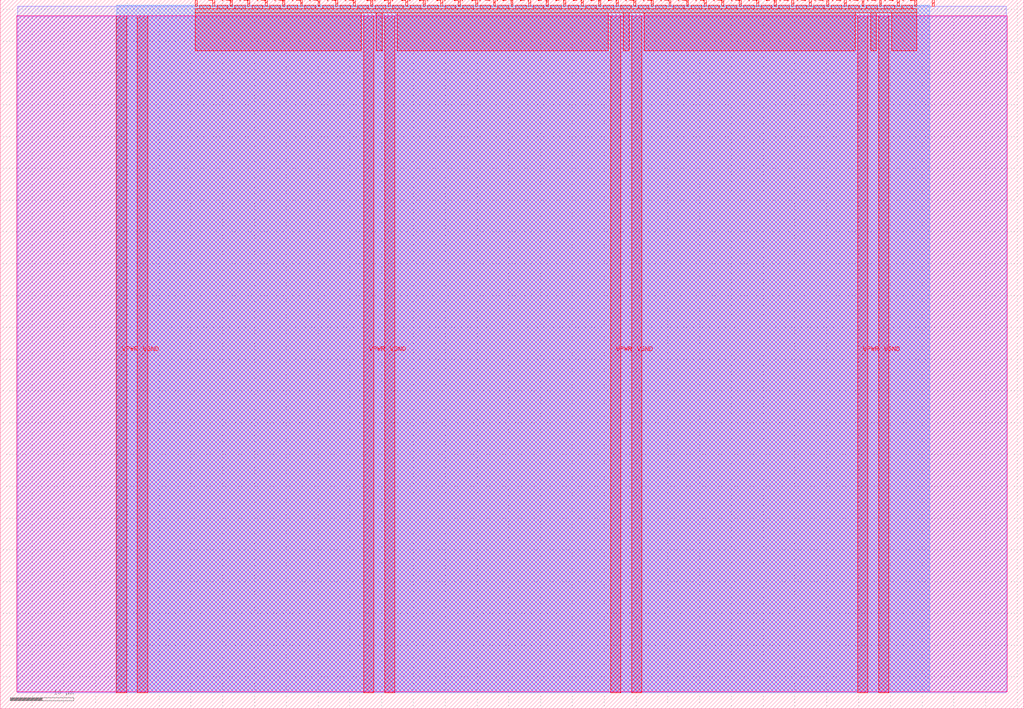
<source format=lef>
VERSION 5.7 ;
  NOWIREEXTENSIONATPIN ON ;
  DIVIDERCHAR "/" ;
  BUSBITCHARS "[]" ;
MACRO tt_um_fkd_xorshift
  CLASS BLOCK ;
  FOREIGN tt_um_fkd_xorshift ;
  ORIGIN 0.000 0.000 ;
  SIZE 161.000 BY 111.520 ;
  PIN VGND
    DIRECTION INOUT ;
    USE GROUND ;
    PORT
      LAYER met4 ;
        RECT 21.580 2.480 23.180 109.040 ;
    END
    PORT
      LAYER met4 ;
        RECT 60.450 2.480 62.050 109.040 ;
    END
    PORT
      LAYER met4 ;
        RECT 99.320 2.480 100.920 109.040 ;
    END
    PORT
      LAYER met4 ;
        RECT 138.190 2.480 139.790 109.040 ;
    END
  END VGND
  PIN VPWR
    DIRECTION INOUT ;
    USE POWER ;
    PORT
      LAYER met4 ;
        RECT 18.280 2.480 19.880 109.040 ;
    END
    PORT
      LAYER met4 ;
        RECT 57.150 2.480 58.750 109.040 ;
    END
    PORT
      LAYER met4 ;
        RECT 96.020 2.480 97.620 109.040 ;
    END
    PORT
      LAYER met4 ;
        RECT 134.890 2.480 136.490 109.040 ;
    END
  END VPWR
  PIN clk
    DIRECTION INPUT ;
    USE SIGNAL ;
    ANTENNAGATEAREA 0.852000 ;
    PORT
      LAYER met4 ;
        RECT 143.830 110.520 144.130 111.520 ;
    END
  END clk
  PIN ena
    DIRECTION INPUT ;
    USE SIGNAL ;
    PORT
      LAYER met4 ;
        RECT 146.590 110.520 146.890 111.520 ;
    END
  END ena
  PIN rst_n
    DIRECTION INPUT ;
    USE SIGNAL ;
    ANTENNAGATEAREA 0.196500 ;
    PORT
      LAYER met4 ;
        RECT 141.070 110.520 141.370 111.520 ;
    END
  END rst_n
  PIN ui_in[0]
    DIRECTION INPUT ;
    USE SIGNAL ;
    ANTENNAGATEAREA 0.196500 ;
    PORT
      LAYER met4 ;
        RECT 138.310 110.520 138.610 111.520 ;
    END
  END ui_in[0]
  PIN ui_in[1]
    DIRECTION INPUT ;
    USE SIGNAL ;
    ANTENNAGATEAREA 0.196500 ;
    PORT
      LAYER met4 ;
        RECT 135.550 110.520 135.850 111.520 ;
    END
  END ui_in[1]
  PIN ui_in[2]
    DIRECTION INPUT ;
    USE SIGNAL ;
    ANTENNAGATEAREA 0.196500 ;
    PORT
      LAYER met4 ;
        RECT 132.790 110.520 133.090 111.520 ;
    END
  END ui_in[2]
  PIN ui_in[3]
    DIRECTION INPUT ;
    USE SIGNAL ;
    ANTENNAGATEAREA 0.196500 ;
    PORT
      LAYER met4 ;
        RECT 130.030 110.520 130.330 111.520 ;
    END
  END ui_in[3]
  PIN ui_in[4]
    DIRECTION INPUT ;
    USE SIGNAL ;
    ANTENNAGATEAREA 0.196500 ;
    PORT
      LAYER met4 ;
        RECT 127.270 110.520 127.570 111.520 ;
    END
  END ui_in[4]
  PIN ui_in[5]
    DIRECTION INPUT ;
    USE SIGNAL ;
    ANTENNAGATEAREA 0.196500 ;
    PORT
      LAYER met4 ;
        RECT 124.510 110.520 124.810 111.520 ;
    END
  END ui_in[5]
  PIN ui_in[6]
    DIRECTION INPUT ;
    USE SIGNAL ;
    ANTENNAGATEAREA 0.196500 ;
    PORT
      LAYER met4 ;
        RECT 121.750 110.520 122.050 111.520 ;
    END
  END ui_in[6]
  PIN ui_in[7]
    DIRECTION INPUT ;
    USE SIGNAL ;
    ANTENNAGATEAREA 0.196500 ;
    PORT
      LAYER met4 ;
        RECT 118.990 110.520 119.290 111.520 ;
    END
  END ui_in[7]
  PIN uio_in[0]
    DIRECTION INPUT ;
    USE SIGNAL ;
    PORT
      LAYER met4 ;
        RECT 116.230 110.520 116.530 111.520 ;
    END
  END uio_in[0]
  PIN uio_in[1]
    DIRECTION INPUT ;
    USE SIGNAL ;
    PORT
      LAYER met4 ;
        RECT 113.470 110.520 113.770 111.520 ;
    END
  END uio_in[1]
  PIN uio_in[2]
    DIRECTION INPUT ;
    USE SIGNAL ;
    PORT
      LAYER met4 ;
        RECT 110.710 110.520 111.010 111.520 ;
    END
  END uio_in[2]
  PIN uio_in[3]
    DIRECTION INPUT ;
    USE SIGNAL ;
    PORT
      LAYER met4 ;
        RECT 107.950 110.520 108.250 111.520 ;
    END
  END uio_in[3]
  PIN uio_in[4]
    DIRECTION INPUT ;
    USE SIGNAL ;
    PORT
      LAYER met4 ;
        RECT 105.190 110.520 105.490 111.520 ;
    END
  END uio_in[4]
  PIN uio_in[5]
    DIRECTION INPUT ;
    USE SIGNAL ;
    PORT
      LAYER met4 ;
        RECT 102.430 110.520 102.730 111.520 ;
    END
  END uio_in[5]
  PIN uio_in[6]
    DIRECTION INPUT ;
    USE SIGNAL ;
    PORT
      LAYER met4 ;
        RECT 99.670 110.520 99.970 111.520 ;
    END
  END uio_in[6]
  PIN uio_in[7]
    DIRECTION INPUT ;
    USE SIGNAL ;
    PORT
      LAYER met4 ;
        RECT 96.910 110.520 97.210 111.520 ;
    END
  END uio_in[7]
  PIN uio_oe[0]
    DIRECTION OUTPUT ;
    USE SIGNAL ;
    PORT
      LAYER met4 ;
        RECT 49.990 110.520 50.290 111.520 ;
    END
  END uio_oe[0]
  PIN uio_oe[1]
    DIRECTION OUTPUT ;
    USE SIGNAL ;
    PORT
      LAYER met4 ;
        RECT 47.230 110.520 47.530 111.520 ;
    END
  END uio_oe[1]
  PIN uio_oe[2]
    DIRECTION OUTPUT ;
    USE SIGNAL ;
    PORT
      LAYER met4 ;
        RECT 44.470 110.520 44.770 111.520 ;
    END
  END uio_oe[2]
  PIN uio_oe[3]
    DIRECTION OUTPUT ;
    USE SIGNAL ;
    PORT
      LAYER met4 ;
        RECT 41.710 110.520 42.010 111.520 ;
    END
  END uio_oe[3]
  PIN uio_oe[4]
    DIRECTION OUTPUT ;
    USE SIGNAL ;
    PORT
      LAYER met4 ;
        RECT 38.950 110.520 39.250 111.520 ;
    END
  END uio_oe[4]
  PIN uio_oe[5]
    DIRECTION OUTPUT ;
    USE SIGNAL ;
    PORT
      LAYER met4 ;
        RECT 36.190 110.520 36.490 111.520 ;
    END
  END uio_oe[5]
  PIN uio_oe[6]
    DIRECTION OUTPUT ;
    USE SIGNAL ;
    PORT
      LAYER met4 ;
        RECT 33.430 110.520 33.730 111.520 ;
    END
  END uio_oe[6]
  PIN uio_oe[7]
    DIRECTION OUTPUT ;
    USE SIGNAL ;
    PORT
      LAYER met4 ;
        RECT 30.670 110.520 30.970 111.520 ;
    END
  END uio_oe[7]
  PIN uio_out[0]
    DIRECTION OUTPUT ;
    USE SIGNAL ;
    PORT
      LAYER met4 ;
        RECT 72.070 110.520 72.370 111.520 ;
    END
  END uio_out[0]
  PIN uio_out[1]
    DIRECTION OUTPUT ;
    USE SIGNAL ;
    PORT
      LAYER met4 ;
        RECT 69.310 110.520 69.610 111.520 ;
    END
  END uio_out[1]
  PIN uio_out[2]
    DIRECTION OUTPUT ;
    USE SIGNAL ;
    PORT
      LAYER met4 ;
        RECT 66.550 110.520 66.850 111.520 ;
    END
  END uio_out[2]
  PIN uio_out[3]
    DIRECTION OUTPUT ;
    USE SIGNAL ;
    PORT
      LAYER met4 ;
        RECT 63.790 110.520 64.090 111.520 ;
    END
  END uio_out[3]
  PIN uio_out[4]
    DIRECTION OUTPUT ;
    USE SIGNAL ;
    PORT
      LAYER met4 ;
        RECT 61.030 110.520 61.330 111.520 ;
    END
  END uio_out[4]
  PIN uio_out[5]
    DIRECTION OUTPUT ;
    USE SIGNAL ;
    PORT
      LAYER met4 ;
        RECT 58.270 110.520 58.570 111.520 ;
    END
  END uio_out[5]
  PIN uio_out[6]
    DIRECTION OUTPUT ;
    USE SIGNAL ;
    PORT
      LAYER met4 ;
        RECT 55.510 110.520 55.810 111.520 ;
    END
  END uio_out[6]
  PIN uio_out[7]
    DIRECTION OUTPUT ;
    USE SIGNAL ;
    PORT
      LAYER met4 ;
        RECT 52.750 110.520 53.050 111.520 ;
    END
  END uio_out[7]
  PIN uo_out[0]
    DIRECTION OUTPUT ;
    USE SIGNAL ;
    ANTENNAGATEAREA 0.126000 ;
    ANTENNADIFFAREA 1.721000 ;
    PORT
      LAYER met4 ;
        RECT 94.150 110.520 94.450 111.520 ;
    END
  END uo_out[0]
  PIN uo_out[1]
    DIRECTION OUTPUT ;
    USE SIGNAL ;
    ANTENNAGATEAREA 0.126000 ;
    ANTENNADIFFAREA 1.721000 ;
    PORT
      LAYER met4 ;
        RECT 91.390 110.520 91.690 111.520 ;
    END
  END uo_out[1]
  PIN uo_out[2]
    DIRECTION OUTPUT ;
    USE SIGNAL ;
    ANTENNAGATEAREA 0.126000 ;
    ANTENNADIFFAREA 1.721000 ;
    PORT
      LAYER met4 ;
        RECT 88.630 110.520 88.930 111.520 ;
    END
  END uo_out[2]
  PIN uo_out[3]
    DIRECTION OUTPUT ;
    USE SIGNAL ;
    ANTENNAGATEAREA 0.126000 ;
    ANTENNADIFFAREA 1.721000 ;
    PORT
      LAYER met4 ;
        RECT 85.870 110.520 86.170 111.520 ;
    END
  END uo_out[3]
  PIN uo_out[4]
    DIRECTION OUTPUT ;
    USE SIGNAL ;
    ANTENNAGATEAREA 0.126000 ;
    ANTENNADIFFAREA 1.721000 ;
    PORT
      LAYER met4 ;
        RECT 83.110 110.520 83.410 111.520 ;
    END
  END uo_out[4]
  PIN uo_out[5]
    DIRECTION OUTPUT ;
    USE SIGNAL ;
    ANTENNAGATEAREA 0.126000 ;
    ANTENNADIFFAREA 1.524450 ;
    PORT
      LAYER met4 ;
        RECT 80.350 110.520 80.650 111.520 ;
    END
  END uo_out[5]
  PIN uo_out[6]
    DIRECTION OUTPUT ;
    USE SIGNAL ;
    ANTENNADIFFAREA 0.445500 ;
    PORT
      LAYER met4 ;
        RECT 77.590 110.520 77.890 111.520 ;
    END
  END uo_out[6]
  PIN uo_out[7]
    DIRECTION OUTPUT ;
    USE SIGNAL ;
    ANTENNADIFFAREA 0.445500 ;
    PORT
      LAYER met4 ;
        RECT 74.830 110.520 75.130 111.520 ;
    END
  END uo_out[7]
  OBS
      LAYER nwell ;
        RECT 2.570 2.635 158.430 108.990 ;
      LAYER li1 ;
        RECT 2.760 2.635 158.240 108.885 ;
      LAYER met1 ;
        RECT 2.760 2.480 158.240 110.460 ;
      LAYER met2 ;
        RECT 18.310 2.535 146.190 110.685 ;
      LAYER met3 ;
        RECT 18.290 2.555 146.215 110.665 ;
      LAYER met4 ;
        RECT 31.370 110.120 33.030 110.665 ;
        RECT 34.130 110.120 35.790 110.665 ;
        RECT 36.890 110.120 38.550 110.665 ;
        RECT 39.650 110.120 41.310 110.665 ;
        RECT 42.410 110.120 44.070 110.665 ;
        RECT 45.170 110.120 46.830 110.665 ;
        RECT 47.930 110.120 49.590 110.665 ;
        RECT 50.690 110.120 52.350 110.665 ;
        RECT 53.450 110.120 55.110 110.665 ;
        RECT 56.210 110.120 57.870 110.665 ;
        RECT 58.970 110.120 60.630 110.665 ;
        RECT 61.730 110.120 63.390 110.665 ;
        RECT 64.490 110.120 66.150 110.665 ;
        RECT 67.250 110.120 68.910 110.665 ;
        RECT 70.010 110.120 71.670 110.665 ;
        RECT 72.770 110.120 74.430 110.665 ;
        RECT 75.530 110.120 77.190 110.665 ;
        RECT 78.290 110.120 79.950 110.665 ;
        RECT 81.050 110.120 82.710 110.665 ;
        RECT 83.810 110.120 85.470 110.665 ;
        RECT 86.570 110.120 88.230 110.665 ;
        RECT 89.330 110.120 90.990 110.665 ;
        RECT 92.090 110.120 93.750 110.665 ;
        RECT 94.850 110.120 96.510 110.665 ;
        RECT 97.610 110.120 99.270 110.665 ;
        RECT 100.370 110.120 102.030 110.665 ;
        RECT 103.130 110.120 104.790 110.665 ;
        RECT 105.890 110.120 107.550 110.665 ;
        RECT 108.650 110.120 110.310 110.665 ;
        RECT 111.410 110.120 113.070 110.665 ;
        RECT 114.170 110.120 115.830 110.665 ;
        RECT 116.930 110.120 118.590 110.665 ;
        RECT 119.690 110.120 121.350 110.665 ;
        RECT 122.450 110.120 124.110 110.665 ;
        RECT 125.210 110.120 126.870 110.665 ;
        RECT 127.970 110.120 129.630 110.665 ;
        RECT 130.730 110.120 132.390 110.665 ;
        RECT 133.490 110.120 135.150 110.665 ;
        RECT 136.250 110.120 137.910 110.665 ;
        RECT 139.010 110.120 140.670 110.665 ;
        RECT 141.770 110.120 143.430 110.665 ;
        RECT 30.655 109.440 144.145 110.120 ;
        RECT 30.655 103.535 56.750 109.440 ;
        RECT 59.150 103.535 60.050 109.440 ;
        RECT 62.450 103.535 95.620 109.440 ;
        RECT 98.020 103.535 98.920 109.440 ;
        RECT 101.320 103.535 134.490 109.440 ;
        RECT 136.890 103.535 137.790 109.440 ;
        RECT 140.190 103.535 144.145 109.440 ;
  END
END tt_um_fkd_xorshift
END LIBRARY


</source>
